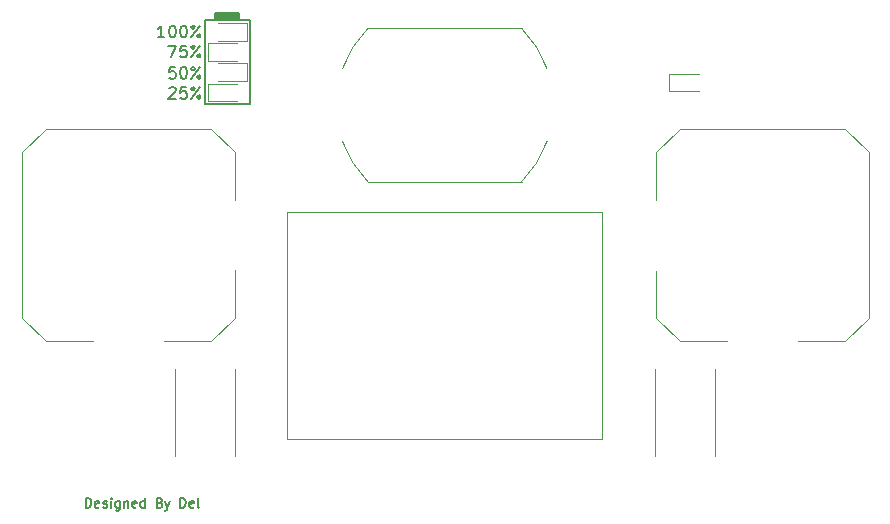
<source format=gbr>
%TF.GenerationSoftware,KiCad,Pcbnew,(6.0.5)*%
%TF.CreationDate,2023-01-30T15:53:00+08:00*%
%TF.ProjectId,Mini_Remoter,4d696e69-5f52-4656-9d6f-7465722e6b69,rev?*%
%TF.SameCoordinates,Original*%
%TF.FileFunction,Legend,Top*%
%TF.FilePolarity,Positive*%
%FSLAX46Y46*%
G04 Gerber Fmt 4.6, Leading zero omitted, Abs format (unit mm)*
G04 Created by KiCad (PCBNEW (6.0.5)) date 2023-01-30 15:53:00*
%MOMM*%
%LPD*%
G01*
G04 APERTURE LIST*
%ADD10C,0.140000*%
%ADD11C,0.150000*%
%ADD12C,0.120000*%
G04 APERTURE END LIST*
D10*
X69838095Y-125261904D02*
X69838095Y-124461904D01*
X70028571Y-124461904D01*
X70142857Y-124500000D01*
X70219047Y-124576190D01*
X70257142Y-124652380D01*
X70295238Y-124804761D01*
X70295238Y-124919047D01*
X70257142Y-125071428D01*
X70219047Y-125147619D01*
X70142857Y-125223809D01*
X70028571Y-125261904D01*
X69838095Y-125261904D01*
X70942857Y-125223809D02*
X70866666Y-125261904D01*
X70714285Y-125261904D01*
X70638095Y-125223809D01*
X70600000Y-125147619D01*
X70600000Y-124842857D01*
X70638095Y-124766666D01*
X70714285Y-124728571D01*
X70866666Y-124728571D01*
X70942857Y-124766666D01*
X70980952Y-124842857D01*
X70980952Y-124919047D01*
X70600000Y-124995238D01*
X71285714Y-125223809D02*
X71361904Y-125261904D01*
X71514285Y-125261904D01*
X71590476Y-125223809D01*
X71628571Y-125147619D01*
X71628571Y-125109523D01*
X71590476Y-125033333D01*
X71514285Y-124995238D01*
X71400000Y-124995238D01*
X71323809Y-124957142D01*
X71285714Y-124880952D01*
X71285714Y-124842857D01*
X71323809Y-124766666D01*
X71400000Y-124728571D01*
X71514285Y-124728571D01*
X71590476Y-124766666D01*
X71971428Y-125261904D02*
X71971428Y-124728571D01*
X71971428Y-124461904D02*
X71933333Y-124500000D01*
X71971428Y-124538095D01*
X72009523Y-124500000D01*
X71971428Y-124461904D01*
X71971428Y-124538095D01*
X72695238Y-124728571D02*
X72695238Y-125376190D01*
X72657142Y-125452380D01*
X72619047Y-125490476D01*
X72542857Y-125528571D01*
X72428571Y-125528571D01*
X72352380Y-125490476D01*
X72695238Y-125223809D02*
X72619047Y-125261904D01*
X72466666Y-125261904D01*
X72390476Y-125223809D01*
X72352380Y-125185714D01*
X72314285Y-125109523D01*
X72314285Y-124880952D01*
X72352380Y-124804761D01*
X72390476Y-124766666D01*
X72466666Y-124728571D01*
X72619047Y-124728571D01*
X72695238Y-124766666D01*
X73076190Y-124728571D02*
X73076190Y-125261904D01*
X73076190Y-124804761D02*
X73114285Y-124766666D01*
X73190476Y-124728571D01*
X73304761Y-124728571D01*
X73380952Y-124766666D01*
X73419047Y-124842857D01*
X73419047Y-125261904D01*
X74104761Y-125223809D02*
X74028571Y-125261904D01*
X73876190Y-125261904D01*
X73800000Y-125223809D01*
X73761904Y-125147619D01*
X73761904Y-124842857D01*
X73800000Y-124766666D01*
X73876190Y-124728571D01*
X74028571Y-124728571D01*
X74104761Y-124766666D01*
X74142857Y-124842857D01*
X74142857Y-124919047D01*
X73761904Y-124995238D01*
X74828571Y-125261904D02*
X74828571Y-124461904D01*
X74828571Y-125223809D02*
X74752380Y-125261904D01*
X74600000Y-125261904D01*
X74523809Y-125223809D01*
X74485714Y-125185714D01*
X74447619Y-125109523D01*
X74447619Y-124880952D01*
X74485714Y-124804761D01*
X74523809Y-124766666D01*
X74600000Y-124728571D01*
X74752380Y-124728571D01*
X74828571Y-124766666D01*
X76085714Y-124842857D02*
X76200000Y-124880952D01*
X76238095Y-124919047D01*
X76276190Y-124995238D01*
X76276190Y-125109523D01*
X76238095Y-125185714D01*
X76200000Y-125223809D01*
X76123809Y-125261904D01*
X75819047Y-125261904D01*
X75819047Y-124461904D01*
X76085714Y-124461904D01*
X76161904Y-124500000D01*
X76200000Y-124538095D01*
X76238095Y-124614285D01*
X76238095Y-124690476D01*
X76200000Y-124766666D01*
X76161904Y-124804761D01*
X76085714Y-124842857D01*
X75819047Y-124842857D01*
X76542857Y-124728571D02*
X76733333Y-125261904D01*
X76923809Y-124728571D02*
X76733333Y-125261904D01*
X76657142Y-125452380D01*
X76619047Y-125490476D01*
X76542857Y-125528571D01*
X77838095Y-125261904D02*
X77838095Y-124461904D01*
X78028571Y-124461904D01*
X78142857Y-124500000D01*
X78219047Y-124576190D01*
X78257142Y-124652380D01*
X78295238Y-124804761D01*
X78295238Y-124919047D01*
X78257142Y-125071428D01*
X78219047Y-125147619D01*
X78142857Y-125223809D01*
X78028571Y-125261904D01*
X77838095Y-125261904D01*
X78942857Y-125223809D02*
X78866666Y-125261904D01*
X78714285Y-125261904D01*
X78638095Y-125223809D01*
X78600000Y-125147619D01*
X78600000Y-124842857D01*
X78638095Y-124766666D01*
X78714285Y-124728571D01*
X78866666Y-124728571D01*
X78942857Y-124766666D01*
X78980952Y-124842857D01*
X78980952Y-124919047D01*
X78600000Y-124995238D01*
X79438095Y-125261904D02*
X79361904Y-125223809D01*
X79323809Y-125147619D01*
X79323809Y-124461904D01*
D11*
X76485714Y-85452380D02*
X75914286Y-85452380D01*
X76200000Y-85452380D02*
X76200000Y-84452380D01*
X76104762Y-84595238D01*
X76009524Y-84690476D01*
X75914286Y-84738095D01*
X77104762Y-84452380D02*
X77200000Y-84452380D01*
X77295238Y-84500000D01*
X77342857Y-84547619D01*
X77390476Y-84642857D01*
X77438095Y-84833333D01*
X77438095Y-85071428D01*
X77390476Y-85261904D01*
X77342857Y-85357142D01*
X77295238Y-85404761D01*
X77200000Y-85452380D01*
X77104762Y-85452380D01*
X77009524Y-85404761D01*
X76961905Y-85357142D01*
X76914286Y-85261904D01*
X76866667Y-85071428D01*
X76866667Y-84833333D01*
X76914286Y-84642857D01*
X76961905Y-84547619D01*
X77009524Y-84500000D01*
X77104762Y-84452380D01*
X78057143Y-84452380D02*
X78152381Y-84452380D01*
X78247619Y-84500000D01*
X78295238Y-84547619D01*
X78342857Y-84642857D01*
X78390476Y-84833333D01*
X78390476Y-85071428D01*
X78342857Y-85261904D01*
X78295238Y-85357142D01*
X78247619Y-85404761D01*
X78152381Y-85452380D01*
X78057143Y-85452380D01*
X77961905Y-85404761D01*
X77914286Y-85357142D01*
X77866667Y-85261904D01*
X77819048Y-85071428D01*
X77819048Y-84833333D01*
X77866667Y-84642857D01*
X77914286Y-84547619D01*
X77961905Y-84500000D01*
X78057143Y-84452380D01*
X78771429Y-85452380D02*
X79533333Y-84452380D01*
X78914286Y-84452380D02*
X79009524Y-84500000D01*
X79057143Y-84595238D01*
X79009524Y-84690476D01*
X78914286Y-84738095D01*
X78819048Y-84690476D01*
X78771429Y-84595238D01*
X78819048Y-84500000D01*
X78914286Y-84452380D01*
X79485714Y-85404761D02*
X79533333Y-85309523D01*
X79485714Y-85214285D01*
X79390476Y-85166666D01*
X79295238Y-85214285D01*
X79247619Y-85309523D01*
X79295238Y-85404761D01*
X79390476Y-85452380D01*
X79485714Y-85404761D01*
X76819047Y-86152380D02*
X77485714Y-86152380D01*
X77057142Y-87152380D01*
X78342857Y-86152380D02*
X77866666Y-86152380D01*
X77819047Y-86628571D01*
X77866666Y-86580952D01*
X77961904Y-86533333D01*
X78200000Y-86533333D01*
X78295238Y-86580952D01*
X78342857Y-86628571D01*
X78390476Y-86723809D01*
X78390476Y-86961904D01*
X78342857Y-87057142D01*
X78295238Y-87104761D01*
X78200000Y-87152380D01*
X77961904Y-87152380D01*
X77866666Y-87104761D01*
X77819047Y-87057142D01*
X78771428Y-87152380D02*
X79533333Y-86152380D01*
X78914285Y-86152380D02*
X79009523Y-86200000D01*
X79057142Y-86295238D01*
X79009523Y-86390476D01*
X78914285Y-86438095D01*
X78819047Y-86390476D01*
X78771428Y-86295238D01*
X78819047Y-86200000D01*
X78914285Y-86152380D01*
X79485714Y-87104761D02*
X79533333Y-87009523D01*
X79485714Y-86914285D01*
X79390476Y-86866666D01*
X79295238Y-86914285D01*
X79247619Y-87009523D01*
X79295238Y-87104761D01*
X79390476Y-87152380D01*
X79485714Y-87104761D01*
X77390476Y-87952380D02*
X76914285Y-87952380D01*
X76866666Y-88428571D01*
X76914285Y-88380952D01*
X77009523Y-88333333D01*
X77247619Y-88333333D01*
X77342857Y-88380952D01*
X77390476Y-88428571D01*
X77438095Y-88523809D01*
X77438095Y-88761904D01*
X77390476Y-88857142D01*
X77342857Y-88904761D01*
X77247619Y-88952380D01*
X77009523Y-88952380D01*
X76914285Y-88904761D01*
X76866666Y-88857142D01*
X78057142Y-87952380D02*
X78152380Y-87952380D01*
X78247619Y-88000000D01*
X78295238Y-88047619D01*
X78342857Y-88142857D01*
X78390476Y-88333333D01*
X78390476Y-88571428D01*
X78342857Y-88761904D01*
X78295238Y-88857142D01*
X78247619Y-88904761D01*
X78152380Y-88952380D01*
X78057142Y-88952380D01*
X77961904Y-88904761D01*
X77914285Y-88857142D01*
X77866666Y-88761904D01*
X77819047Y-88571428D01*
X77819047Y-88333333D01*
X77866666Y-88142857D01*
X77914285Y-88047619D01*
X77961904Y-88000000D01*
X78057142Y-87952380D01*
X78771428Y-88952380D02*
X79533333Y-87952380D01*
X78914285Y-87952380D02*
X79009523Y-88000000D01*
X79057142Y-88095238D01*
X79009523Y-88190476D01*
X78914285Y-88238095D01*
X78819047Y-88190476D01*
X78771428Y-88095238D01*
X78819047Y-88000000D01*
X78914285Y-87952380D01*
X79485714Y-88904761D02*
X79533333Y-88809523D01*
X79485714Y-88714285D01*
X79390476Y-88666666D01*
X79295238Y-88714285D01*
X79247619Y-88809523D01*
X79295238Y-88904761D01*
X79390476Y-88952380D01*
X79485714Y-88904761D01*
X76866666Y-89747619D02*
X76914285Y-89700000D01*
X77009523Y-89652380D01*
X77247619Y-89652380D01*
X77342857Y-89700000D01*
X77390476Y-89747619D01*
X77438095Y-89842857D01*
X77438095Y-89938095D01*
X77390476Y-90080952D01*
X76819047Y-90652380D01*
X77438095Y-90652380D01*
X78342857Y-89652380D02*
X77866666Y-89652380D01*
X77819047Y-90128571D01*
X77866666Y-90080952D01*
X77961904Y-90033333D01*
X78200000Y-90033333D01*
X78295238Y-90080952D01*
X78342857Y-90128571D01*
X78390476Y-90223809D01*
X78390476Y-90461904D01*
X78342857Y-90557142D01*
X78295238Y-90604761D01*
X78200000Y-90652380D01*
X77961904Y-90652380D01*
X77866666Y-90604761D01*
X77819047Y-90557142D01*
X78771428Y-90652380D02*
X79533333Y-89652380D01*
X78914285Y-89652380D02*
X79009523Y-89700000D01*
X79057142Y-89795238D01*
X79009523Y-89890476D01*
X78914285Y-89938095D01*
X78819047Y-89890476D01*
X78771428Y-89795238D01*
X78819047Y-89700000D01*
X78914285Y-89652380D01*
X79485714Y-90604761D02*
X79533333Y-90509523D01*
X79485714Y-90414285D01*
X79390476Y-90366666D01*
X79295238Y-90414285D01*
X79247619Y-90509523D01*
X79295238Y-90604761D01*
X79390476Y-90652380D01*
X79485714Y-90604761D01*
X80800000Y-84000000D02*
X82800000Y-84000000D01*
X82800000Y-84000000D02*
X82800000Y-83400000D01*
X82800000Y-83400000D02*
X80800000Y-83400000D01*
X80800000Y-83400000D02*
X80800000Y-84000000D01*
G36*
X80800000Y-84000000D02*
G01*
X82800000Y-84000000D01*
X82800000Y-83400000D01*
X80800000Y-83400000D01*
X80800000Y-84000000D01*
G37*
X83700000Y-91100000D02*
X79900000Y-91100000D01*
X79900000Y-91100000D02*
X79900000Y-84000000D01*
X79900000Y-84000000D02*
X83700000Y-84000000D01*
X83700000Y-84000000D02*
X83700000Y-91100000D01*
D12*
%TO.C,U2*%
X86865000Y-100225000D02*
X113565000Y-100225000D01*
X113565000Y-100225000D02*
X113565000Y-119485000D01*
X113565000Y-119485000D02*
X86865000Y-119485000D01*
X86865000Y-119485000D02*
X86865000Y-100225000D01*
%TO.C,SW5*%
X108883333Y-88125588D02*
G75*
G03*
X106715000Y-84685000I-8668335J-3059413D01*
G01*
X93715000Y-84685000D02*
G75*
G03*
X91546667Y-88125588I6500000J-6500000D01*
G01*
X91546667Y-94244412D02*
G75*
G03*
X93715000Y-97685000I8668333J3059412D01*
G01*
X106715000Y-97685000D02*
G75*
G03*
X108883333Y-94244412I-6500002J6500001D01*
G01*
X93715000Y-97685000D02*
X106715000Y-97685000D01*
X93715000Y-84685000D02*
X106715000Y-84685000D01*
%TO.C,SW4*%
X77375000Y-113502000D02*
X77375000Y-120868000D01*
X82455000Y-113502000D02*
X82455000Y-120868000D01*
%TO.C,SW3*%
X117975000Y-120868000D02*
X117975000Y-113502000D01*
X123055000Y-120868000D02*
X123055000Y-113502000D01*
%TO.C,J3*%
X134100000Y-93200000D02*
X136100000Y-95200000D01*
X120100000Y-93200000D02*
X134100000Y-93200000D01*
X136100000Y-109200000D02*
X134100000Y-111200000D01*
X120100000Y-111200000D02*
X118100000Y-109200000D01*
X118100000Y-95200000D02*
X120100000Y-93200000D01*
X136100000Y-95200000D02*
X136100000Y-109200000D01*
X124100000Y-111200000D02*
X120100000Y-111200000D01*
X118100000Y-109200000D02*
X118100000Y-105200000D01*
X134100000Y-111200000D02*
X130100000Y-111200000D01*
X118100000Y-99200000D02*
X118100000Y-95200000D01*
%TO.C,J2*%
X64415000Y-95185000D02*
X66415000Y-93185000D01*
X64415000Y-109185000D02*
X64415000Y-95185000D01*
X80415000Y-93185000D02*
X82415000Y-95185000D01*
X82415000Y-109185000D02*
X80415000Y-111185000D01*
X66415000Y-111185000D02*
X64415000Y-109185000D01*
X66415000Y-93185000D02*
X80415000Y-93185000D01*
X82415000Y-105185000D02*
X82415000Y-109185000D01*
X80415000Y-111185000D02*
X76415000Y-111185000D01*
X82415000Y-95185000D02*
X82415000Y-99185000D01*
X70415000Y-111185000D02*
X66415000Y-111185000D01*
%TO.C,D5*%
X119240000Y-88565000D02*
X119240000Y-90035000D01*
X119240000Y-90035000D02*
X121700000Y-90035000D01*
X121700000Y-88565000D02*
X119240000Y-88565000D01*
%TO.C,D4*%
X81025000Y-85735000D02*
X83485000Y-85735000D01*
X83485000Y-84265000D02*
X81025000Y-84265000D01*
X83485000Y-85735000D02*
X83485000Y-84265000D01*
%TO.C,D3*%
X82625000Y-85965000D02*
X80165000Y-85965000D01*
X80165000Y-87435000D02*
X82625000Y-87435000D01*
X80165000Y-85965000D02*
X80165000Y-87435000D01*
%TO.C,D2*%
X81025000Y-89135000D02*
X83485000Y-89135000D01*
X83485000Y-87665000D02*
X81025000Y-87665000D01*
X83485000Y-89135000D02*
X83485000Y-87665000D01*
%TO.C,D1*%
X82625000Y-89365000D02*
X80165000Y-89365000D01*
X80165000Y-90835000D02*
X82625000Y-90835000D01*
X80165000Y-89365000D02*
X80165000Y-90835000D01*
%TD*%
M02*

</source>
